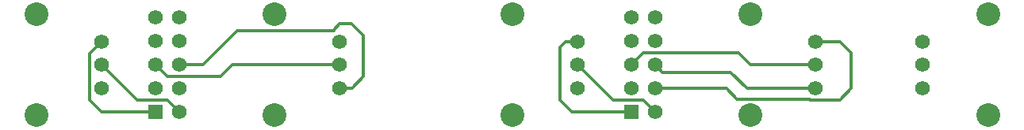
<source format=gbr>
G04 #@! TF.GenerationSoftware,KiCad,Pcbnew,(5.0.2)-1*
G04 #@! TF.CreationDate,2019-01-01T19:20:52-08:00*
G04 #@! TF.ProjectId,500-1140,3530302d-3131-4343-902e-6b696361645f,rev?*
G04 #@! TF.SameCoordinates,Original*
G04 #@! TF.FileFunction,Copper,L2,Bot*
G04 #@! TF.FilePolarity,Positive*
%FSLAX46Y46*%
G04 Gerber Fmt 4.6, Leading zero omitted, Abs format (unit mm)*
G04 Created by KiCad (PCBNEW (5.0.2)-1) date 1/1/2019 7:20:52 PM*
%MOMM*%
%LPD*%
G01*
G04 APERTURE LIST*
G04 #@! TA.AperFunction,ComponentPad*
%ADD10R,1.574800X1.574800*%
G04 #@! TD*
G04 #@! TA.AperFunction,ComponentPad*
%ADD11C,1.574800*%
G04 #@! TD*
G04 #@! TA.AperFunction,ComponentPad*
%ADD12C,2.540000*%
G04 #@! TD*
G04 #@! TA.AperFunction,Conductor*
%ADD13C,0.304800*%
G04 #@! TD*
G04 APERTURE END LIST*
D10*
G04 #@! TO.P,P1,1*
G04 #@! TO.N,Net-(P1-Pad1)*
X78740000Y-71120000D03*
D11*
G04 #@! TO.P,P1,2*
G04 #@! TO.N,Net-(P1-Pad2)*
X81280000Y-71120000D03*
G04 #@! TO.P,P1,3*
G04 #@! TO.N,Net-(P1-Pad3)*
X78740000Y-68580000D03*
G04 #@! TO.P,P1,4*
G04 #@! TO.N,Net-(P1-Pad4)*
X81280000Y-68580000D03*
G04 #@! TO.P,P1,5*
G04 #@! TO.N,Net-(P1-Pad5)*
X78740000Y-66040000D03*
G04 #@! TO.P,P1,6*
G04 #@! TO.N,Net-(P1-Pad6)*
X81280000Y-66040000D03*
G04 #@! TO.P,P1,7*
G04 #@! TO.N,N/C*
X78740000Y-63500000D03*
G04 #@! TO.P,P1,8*
X81280000Y-63500000D03*
G04 #@! TO.P,P1,9*
X78740000Y-60960000D03*
G04 #@! TO.P,P1,10*
X81280000Y-60960000D03*
G04 #@! TD*
G04 #@! TO.P,R1,1*
G04 #@! TO.N,Net-(P1-Pad3)*
X73040000Y-68540000D03*
G04 #@! TO.P,R1,2*
G04 #@! TO.N,Net-(P1-Pad2)*
X73040000Y-66040000D03*
G04 #@! TO.P,R1,3*
G04 #@! TO.N,Net-(P1-Pad1)*
X73040000Y-63540000D03*
D12*
G04 #@! TO.P,R1,4*
G04 #@! TO.N,N/C*
X66040000Y-60640000D03*
G04 #@! TO.P,R1,5*
X66040000Y-71440000D03*
G04 #@! TD*
G04 #@! TO.P,R2,5*
G04 #@! TO.N,N/C*
X91440000Y-71440000D03*
G04 #@! TO.P,R2,4*
X91440000Y-60640000D03*
D11*
G04 #@! TO.P,R2,3*
G04 #@! TO.N,Net-(P1-Pad4)*
X98440000Y-63540000D03*
G04 #@! TO.P,R2,2*
G04 #@! TO.N,Net-(P1-Pad5)*
X98440000Y-66040000D03*
G04 #@! TO.P,R2,1*
G04 #@! TO.N,Net-(P1-Pad6)*
X98440000Y-68540000D03*
G04 #@! TD*
G04 #@! TO.P,R3,1*
G04 #@! TO.N,Net-(P2-Pad3)*
X123840000Y-68540000D03*
G04 #@! TO.P,R3,2*
G04 #@! TO.N,Net-(P2-Pad2)*
X123840000Y-66040000D03*
G04 #@! TO.P,R3,3*
G04 #@! TO.N,Net-(P2-Pad1)*
X123840000Y-63540000D03*
D12*
G04 #@! TO.P,R3,4*
G04 #@! TO.N,N/C*
X116840000Y-60640000D03*
G04 #@! TO.P,R3,5*
X116840000Y-71440000D03*
G04 #@! TD*
G04 #@! TO.P,R4,5*
G04 #@! TO.N,N/C*
X142240000Y-71440000D03*
G04 #@! TO.P,R4,4*
X142240000Y-60640000D03*
D11*
G04 #@! TO.P,R4,3*
G04 #@! TO.N,Net-(P2-Pad4)*
X149240000Y-63540000D03*
G04 #@! TO.P,R4,2*
G04 #@! TO.N,Net-(P2-Pad5)*
X149240000Y-66040000D03*
G04 #@! TO.P,R4,1*
G04 #@! TO.N,Net-(P2-Pad6)*
X149240000Y-68540000D03*
G04 #@! TD*
G04 #@! TO.P,R5,1*
G04 #@! TO.N,Net-(P2-Pad9)*
X160640000Y-63540000D03*
G04 #@! TO.P,R5,2*
G04 #@! TO.N,Net-(P2-Pad8)*
X160640000Y-66040000D03*
G04 #@! TO.P,R5,3*
G04 #@! TO.N,Net-(P2-Pad7)*
X160640000Y-68540000D03*
D12*
G04 #@! TO.P,R5,4*
G04 #@! TO.N,N/C*
X167640000Y-71440000D03*
G04 #@! TO.P,R5,5*
X167640000Y-60640000D03*
G04 #@! TD*
D10*
G04 #@! TO.P,P2,1*
G04 #@! TO.N,Net-(P2-Pad1)*
X129540000Y-71120000D03*
D11*
G04 #@! TO.P,P2,2*
G04 #@! TO.N,Net-(P2-Pad2)*
X132080000Y-71120000D03*
G04 #@! TO.P,P2,3*
G04 #@! TO.N,Net-(P2-Pad3)*
X129540000Y-68580000D03*
G04 #@! TO.P,P2,4*
G04 #@! TO.N,Net-(P2-Pad4)*
X132080000Y-68580000D03*
G04 #@! TO.P,P2,5*
G04 #@! TO.N,Net-(P2-Pad5)*
X129540000Y-66040000D03*
G04 #@! TO.P,P2,6*
G04 #@! TO.N,Net-(P2-Pad6)*
X132080000Y-66040000D03*
G04 #@! TO.P,P2,7*
G04 #@! TO.N,Net-(P2-Pad7)*
X129540000Y-63500000D03*
G04 #@! TO.P,P2,8*
G04 #@! TO.N,Net-(P2-Pad8)*
X132080000Y-63500000D03*
G04 #@! TO.P,P2,9*
G04 #@! TO.N,Net-(P2-Pad9)*
X129540000Y-60960000D03*
G04 #@! TO.P,P2,10*
G04 #@! TO.N,N/C*
X132080000Y-60960000D03*
G04 #@! TD*
D13*
G04 #@! TO.N,Net-(P1-Pad1)*
X71755000Y-64825000D02*
X73040000Y-63540000D01*
X71755000Y-69850000D02*
X71755000Y-64825000D01*
X78740000Y-71120000D02*
X73025000Y-71120000D01*
X73025000Y-71120000D02*
X71755000Y-69850000D01*
G04 #@! TO.N,Net-(P1-Pad2)*
X76850000Y-69850000D02*
X73040000Y-66040000D01*
X81280000Y-71120000D02*
X80010000Y-69850000D01*
X80010000Y-69850000D02*
X76850000Y-69850000D01*
G04 #@! TO.N,Net-(P1-Pad5)*
X78740000Y-66040000D02*
X80010000Y-67310000D01*
X80010000Y-67310000D02*
X85725000Y-67310000D01*
X85725000Y-67310000D02*
X86995000Y-66040000D01*
X86995000Y-66040000D02*
X98440000Y-66040000D01*
G04 #@! TO.N,Net-(P1-Pad6)*
X81280000Y-66040000D02*
X83820000Y-66040000D01*
X87492799Y-62367201D02*
X97770789Y-62367201D01*
X83820000Y-66040000D02*
X87492799Y-62367201D01*
X97770789Y-62367201D02*
X97770789Y-62249211D01*
X97770789Y-62249211D02*
X98425000Y-61595000D01*
X98425000Y-61595000D02*
X99695000Y-61595000D01*
X99695000Y-61595000D02*
X100965000Y-62865000D01*
X100965000Y-62865000D02*
X100965000Y-67310000D01*
X99735000Y-68540000D02*
X98440000Y-68540000D01*
X100965000Y-67310000D02*
X99735000Y-68540000D01*
G04 #@! TO.N,Net-(P2-Pad1)*
X122515000Y-63540000D02*
X123840000Y-63540000D01*
X121920000Y-64135000D02*
X122515000Y-63540000D01*
X121920000Y-69850000D02*
X121920000Y-64135000D01*
X129540000Y-71120000D02*
X123190000Y-71120000D01*
X123190000Y-71120000D02*
X121920000Y-69850000D01*
G04 #@! TO.N,Net-(P2-Pad2)*
X127650000Y-69850000D02*
X123840000Y-66040000D01*
X132080000Y-71120000D02*
X130810000Y-69850000D01*
X130810000Y-69850000D02*
X127650000Y-69850000D01*
G04 #@! TO.N,Net-(P2-Pad4)*
X132080000Y-68580000D02*
X139700000Y-68580000D01*
X139700000Y-68580000D02*
X140832799Y-69712799D01*
X148642591Y-69784601D02*
X151830399Y-69784601D01*
X140832799Y-69712799D02*
X148570789Y-69712799D01*
X148570789Y-69712799D02*
X148642591Y-69784601D01*
X151830399Y-69784601D02*
X153035000Y-68580000D01*
X153035000Y-68580000D02*
X153035000Y-64770000D01*
X151805000Y-63540000D02*
X149240000Y-63540000D01*
X153035000Y-64770000D02*
X151805000Y-63540000D01*
G04 #@! TO.N,Net-(P2-Pad5)*
X129540000Y-66040000D02*
X130810000Y-64770000D01*
X130810000Y-64770000D02*
X140970000Y-64770000D01*
X140970000Y-64770000D02*
X142240000Y-66040000D01*
X142240000Y-66040000D02*
X149240000Y-66040000D01*
G04 #@! TO.N,Net-(P2-Pad6)*
X149200000Y-68580000D02*
X149240000Y-68540000D01*
X132867399Y-66827399D02*
X140182601Y-66827399D01*
X132080000Y-66040000D02*
X132867399Y-66827399D01*
X140182601Y-66827399D02*
X141935202Y-68580000D01*
X141975202Y-68540000D02*
X149240000Y-68540000D01*
X141935202Y-68580000D02*
X141975202Y-68540000D01*
G04 #@! TD*
M02*

</source>
